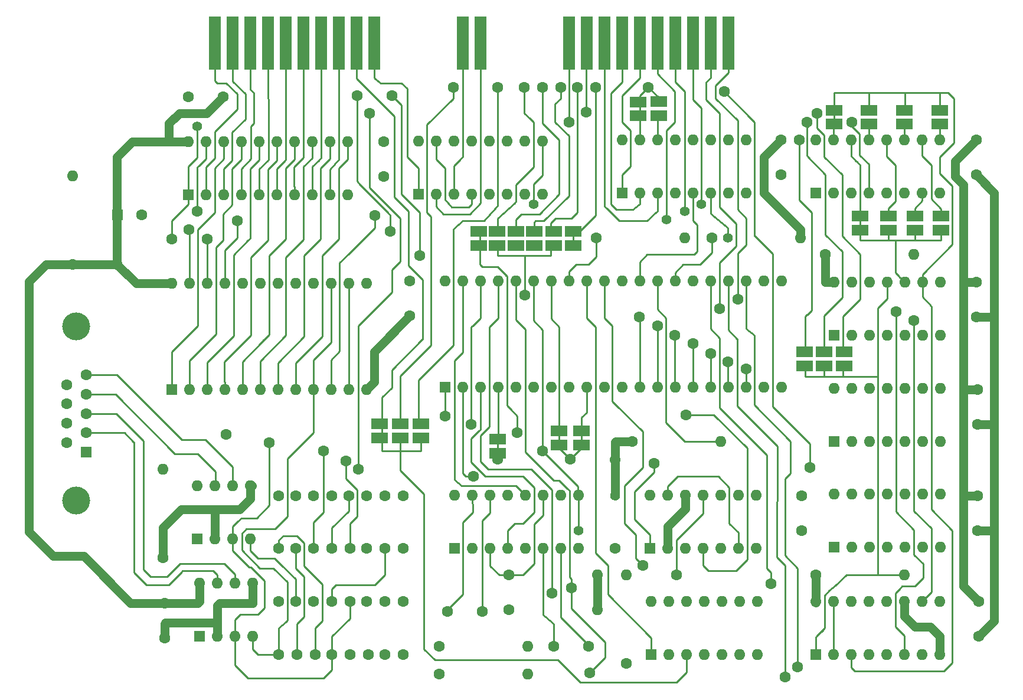
<source format=gtl>
G04 #@! TF.GenerationSoftware,KiCad,Pcbnew,5.1.10*
G04 #@! TF.CreationDate,2021-08-06T08:54:22+02:00*
G04 #@! TF.ProjectId,nano,6e616e6f-2e6b-4696-9361-645f70636258,rev?*
G04 #@! TF.SameCoordinates,Original*
G04 #@! TF.FileFunction,Copper,L1,Top*
G04 #@! TF.FilePolarity,Positive*
%FSLAX46Y46*%
G04 Gerber Fmt 4.6, Leading zero omitted, Abs format (unit mm)*
G04 Created by KiCad (PCBNEW 5.1.10) date 2021-08-06 08:54:22*
%MOMM*%
%LPD*%
G01*
G04 APERTURE LIST*
G04 #@! TA.AperFunction,ComponentPad*
%ADD10C,4.000000*%
G04 #@! TD*
G04 #@! TA.AperFunction,ComponentPad*
%ADD11C,1.600000*%
G04 #@! TD*
G04 #@! TA.AperFunction,ComponentPad*
%ADD12R,1.600000X1.600000*%
G04 #@! TD*
G04 #@! TA.AperFunction,ConnectorPad*
%ADD13R,1.780000X7.620000*%
G04 #@! TD*
G04 #@! TA.AperFunction,SMDPad,CuDef*
%ADD14R,2.400000X1.600000*%
G04 #@! TD*
G04 #@! TA.AperFunction,ComponentPad*
%ADD15O,1.600000X1.600000*%
G04 #@! TD*
G04 #@! TA.AperFunction,ViaPad*
%ADD16C,1.600000*%
G04 #@! TD*
G04 #@! TA.AperFunction,ViaPad*
%ADD17C,1.400000*%
G04 #@! TD*
G04 #@! TA.AperFunction,Conductor*
%ADD18C,0.250000*%
G04 #@! TD*
G04 #@! TA.AperFunction,Conductor*
%ADD19C,1.250000*%
G04 #@! TD*
G04 APERTURE END LIST*
D10*
X90655000Y-105131000D03*
X90655000Y-80131000D03*
D11*
X89235000Y-88476000D03*
X89235000Y-91246000D03*
X89235000Y-94016000D03*
X89235000Y-96786000D03*
X92075000Y-87091000D03*
X92075000Y-89861000D03*
X92075000Y-92631000D03*
X92075000Y-95401000D03*
D12*
X92075000Y-98171000D03*
D13*
X110490000Y-39470000D03*
X113030000Y-39470000D03*
X115570000Y-39470000D03*
X118110000Y-39470000D03*
X120650000Y-39470000D03*
X123190000Y-39470000D03*
X125730000Y-39470000D03*
X128270000Y-39470000D03*
X130810000Y-39470000D03*
X133350000Y-39470000D03*
X146050000Y-39470000D03*
X148590000Y-39470000D03*
X161290000Y-39470000D03*
X163830000Y-39470000D03*
X166370000Y-39470000D03*
X168910000Y-39470000D03*
X171450000Y-39470000D03*
X173990000Y-39470000D03*
X176530000Y-39470000D03*
X179070000Y-39470000D03*
X181610000Y-39470000D03*
X184150000Y-39470000D03*
D14*
X156337000Y-66500000D03*
X156337000Y-68500000D03*
D15*
X155400000Y-130000000D03*
D11*
X142700000Y-130000000D03*
D15*
X177900000Y-67400000D03*
D11*
X165200000Y-67400000D03*
D15*
X183100000Y-96600000D03*
D11*
X170400000Y-96600000D03*
D15*
X169500000Y-115800000D03*
D11*
X169500000Y-128500000D03*
D15*
X167900000Y-99300000D03*
D11*
X167900000Y-112000000D03*
X164100000Y-126000000D03*
X159100000Y-126000000D03*
X148900000Y-121000000D03*
X143900000Y-121000000D03*
D15*
X103100000Y-100600000D03*
D11*
X103100000Y-113300000D03*
D15*
X90100000Y-58500000D03*
D11*
X90100000Y-71200000D03*
D15*
X194500000Y-67400000D03*
D11*
X181800000Y-67400000D03*
D15*
X210800000Y-69800000D03*
D11*
X198100000Y-69800000D03*
D15*
X209400000Y-115800000D03*
D11*
X196700000Y-115800000D03*
D15*
X165400000Y-115800000D03*
D11*
X152700000Y-115800000D03*
D15*
X165400000Y-120800000D03*
D11*
X152700000Y-120800000D03*
D15*
X155400000Y-126000000D03*
D11*
X142700000Y-126000000D03*
D14*
X214500000Y-49100000D03*
X214500000Y-51100000D03*
X209400000Y-49100000D03*
X209400000Y-51100000D03*
X204300000Y-49100000D03*
X204300000Y-51100000D03*
X199300000Y-49100000D03*
X199300000Y-51100000D03*
X151100000Y-96300000D03*
X151100000Y-98300000D03*
X140081000Y-94107000D03*
X140081000Y-96107000D03*
X137100000Y-94100000D03*
X137100000Y-96100000D03*
X134112000Y-94107000D03*
X134112000Y-96107000D03*
X161925000Y-66500000D03*
X161925000Y-68500000D03*
X159131000Y-66500000D03*
X159131000Y-68500000D03*
X153670000Y-66500000D03*
X153670000Y-68500000D03*
X151003000Y-66500000D03*
X151003000Y-68500000D03*
X148336000Y-66500000D03*
X148336000Y-68500000D03*
X163100000Y-95100000D03*
X163100000Y-97100000D03*
X159900000Y-95100000D03*
X159900000Y-97100000D03*
X174180500Y-47900000D03*
X174180500Y-49900000D03*
X171196000Y-47911000D03*
X171196000Y-49911000D03*
X214700000Y-64300000D03*
X214700000Y-66300000D03*
X210900000Y-64300000D03*
X210900000Y-66300000D03*
X207100000Y-64300000D03*
X207100000Y-66300000D03*
X203100000Y-64300000D03*
X203100000Y-66300000D03*
X200787000Y-83800000D03*
X200787000Y-85800000D03*
X197929500Y-83800000D03*
X197929500Y-85800000D03*
X195072000Y-83800000D03*
X195072000Y-85800000D03*
D11*
X138500000Y-73600000D03*
X138500000Y-78600000D03*
X134700000Y-53600000D03*
X134700000Y-58600000D03*
X191700000Y-53400000D03*
X191700000Y-58400000D03*
X103300000Y-124800000D03*
X103300000Y-119800000D03*
X194700000Y-104400000D03*
X194700000Y-109400000D03*
X220100000Y-119600000D03*
X220100000Y-124600000D03*
X219900000Y-104400000D03*
X219900000Y-109400000D03*
X219900000Y-89200000D03*
X219900000Y-94200000D03*
X219700000Y-73800000D03*
X219700000Y-78800000D03*
X219700000Y-53400000D03*
X219700000Y-58400000D03*
D15*
X173100000Y-119580000D03*
X188340000Y-127200000D03*
X175640000Y-119580000D03*
X185800000Y-127200000D03*
X178180000Y-119580000D03*
X183260000Y-127200000D03*
X180720000Y-119580000D03*
X180720000Y-127200000D03*
X183260000Y-119580000D03*
X178180000Y-127200000D03*
X185800000Y-119580000D03*
X175640000Y-127200000D03*
X188340000Y-119580000D03*
D12*
X173100000Y-127200000D03*
D15*
X196700000Y-119580000D03*
X214480000Y-127200000D03*
X199240000Y-119580000D03*
X211940000Y-127200000D03*
X201780000Y-119580000D03*
X209400000Y-127200000D03*
X204320000Y-119580000D03*
X206860000Y-127200000D03*
X206860000Y-119580000D03*
X204320000Y-127200000D03*
X209400000Y-119580000D03*
X201780000Y-127200000D03*
X211940000Y-119580000D03*
X199240000Y-127200000D03*
X214480000Y-119580000D03*
D12*
X196700000Y-127200000D03*
D15*
X144900000Y-104380000D03*
X162680000Y-112000000D03*
X147440000Y-104380000D03*
X160140000Y-112000000D03*
X149980000Y-104380000D03*
X157600000Y-112000000D03*
X152520000Y-104380000D03*
X155060000Y-112000000D03*
X155060000Y-104380000D03*
X152520000Y-112000000D03*
X157600000Y-104380000D03*
X149980000Y-112000000D03*
X160140000Y-104380000D03*
X147440000Y-112000000D03*
X162680000Y-104380000D03*
D12*
X144900000Y-112000000D03*
D15*
X172900000Y-104380000D03*
X188140000Y-112000000D03*
X175440000Y-104380000D03*
X185600000Y-112000000D03*
X177980000Y-104380000D03*
X183060000Y-112000000D03*
X180520000Y-104380000D03*
X180520000Y-112000000D03*
X183060000Y-104380000D03*
X177980000Y-112000000D03*
X185600000Y-104380000D03*
X175440000Y-112000000D03*
X188140000Y-104380000D03*
D12*
X172900000Y-112000000D03*
D15*
X199300000Y-104180000D03*
X214540000Y-111800000D03*
X201840000Y-104180000D03*
X212000000Y-111800000D03*
X204380000Y-104180000D03*
X209460000Y-111800000D03*
X206920000Y-104180000D03*
X206920000Y-111800000D03*
X209460000Y-104180000D03*
X204380000Y-111800000D03*
X212000000Y-104180000D03*
X201840000Y-111800000D03*
X214540000Y-104180000D03*
D12*
X199300000Y-111800000D03*
D15*
X199300000Y-88980000D03*
X214540000Y-96600000D03*
X201840000Y-88980000D03*
X212000000Y-96600000D03*
X204380000Y-88980000D03*
X209460000Y-96600000D03*
X206920000Y-88980000D03*
X206920000Y-96600000D03*
X209460000Y-88980000D03*
X204380000Y-96600000D03*
X212000000Y-88980000D03*
X201840000Y-96600000D03*
X214540000Y-88980000D03*
D12*
X199300000Y-96600000D03*
D15*
X199300000Y-73780000D03*
X214540000Y-81400000D03*
X201840000Y-73780000D03*
X212000000Y-81400000D03*
X204380000Y-73780000D03*
X209460000Y-81400000D03*
X206920000Y-73780000D03*
X206920000Y-81400000D03*
X209460000Y-73780000D03*
X204380000Y-81400000D03*
X212000000Y-73780000D03*
X201840000Y-81400000D03*
X214540000Y-73780000D03*
D12*
X199300000Y-81400000D03*
D15*
X196700000Y-53380000D03*
X214480000Y-61000000D03*
X199240000Y-53380000D03*
X211940000Y-61000000D03*
X201780000Y-53380000D03*
X209400000Y-61000000D03*
X204320000Y-53380000D03*
X206860000Y-61000000D03*
X206860000Y-53380000D03*
X204320000Y-61000000D03*
X209400000Y-53380000D03*
X201780000Y-61000000D03*
X211940000Y-53380000D03*
X199240000Y-61000000D03*
X214480000Y-53380000D03*
D12*
X196700000Y-61000000D03*
D15*
X168900000Y-53380000D03*
X186680000Y-61000000D03*
X171440000Y-53380000D03*
X184140000Y-61000000D03*
X173980000Y-53380000D03*
X181600000Y-61000000D03*
X176520000Y-53380000D03*
X179060000Y-61000000D03*
X179060000Y-53380000D03*
X176520000Y-61000000D03*
X181600000Y-53380000D03*
X173980000Y-61000000D03*
X184140000Y-53380000D03*
X171440000Y-61000000D03*
X186680000Y-53380000D03*
D12*
X168900000Y-61000000D03*
D15*
X139700000Y-53580000D03*
X157480000Y-61200000D03*
X142240000Y-53580000D03*
X154940000Y-61200000D03*
X144780000Y-53580000D03*
X152400000Y-61200000D03*
X147320000Y-53580000D03*
X149860000Y-61200000D03*
X149860000Y-53580000D03*
X147320000Y-61200000D03*
X152400000Y-53580000D03*
X144780000Y-61200000D03*
X154940000Y-53580000D03*
X142240000Y-61200000D03*
X157480000Y-53580000D03*
D12*
X139700000Y-61200000D03*
D15*
X106700000Y-53600000D03*
X129560000Y-61220000D03*
X109240000Y-53600000D03*
X127020000Y-61220000D03*
X111780000Y-53600000D03*
X124480000Y-61220000D03*
X114320000Y-53600000D03*
X121940000Y-61220000D03*
X116860000Y-53600000D03*
X119400000Y-61220000D03*
X119400000Y-53600000D03*
X116860000Y-61220000D03*
X121940000Y-53600000D03*
X114320000Y-61220000D03*
X124480000Y-53600000D03*
X111780000Y-61220000D03*
X127020000Y-53600000D03*
X109240000Y-61220000D03*
X129560000Y-53600000D03*
D12*
X106700000Y-61220000D03*
D15*
X104300000Y-73960000D03*
X132240000Y-89200000D03*
X106840000Y-73960000D03*
X129700000Y-89200000D03*
X109380000Y-73960000D03*
X127160000Y-89200000D03*
X111920000Y-73960000D03*
X124620000Y-89200000D03*
X114460000Y-73960000D03*
X122080000Y-89200000D03*
X117000000Y-73960000D03*
X119540000Y-89200000D03*
X119540000Y-73960000D03*
X117000000Y-89200000D03*
X122080000Y-73960000D03*
X114460000Y-89200000D03*
X124620000Y-73960000D03*
X111920000Y-89200000D03*
X127160000Y-73960000D03*
X109380000Y-89200000D03*
X129700000Y-73960000D03*
X106840000Y-89200000D03*
X132240000Y-73960000D03*
D12*
X104300000Y-89200000D03*
D15*
X108300000Y-116980000D03*
X115920000Y-124600000D03*
X110840000Y-116980000D03*
X113380000Y-124600000D03*
X113380000Y-116980000D03*
X110840000Y-124600000D03*
X115920000Y-116980000D03*
D12*
X108300000Y-124600000D03*
D15*
X108000000Y-102980000D03*
X115620000Y-110600000D03*
X110540000Y-102980000D03*
X113080000Y-110600000D03*
X113080000Y-102980000D03*
X110540000Y-110600000D03*
X115620000Y-102980000D03*
D12*
X108000000Y-110600000D03*
D15*
X143500000Y-73600000D03*
X191760000Y-88840000D03*
X146040000Y-73600000D03*
X189220000Y-88840000D03*
X148580000Y-73600000D03*
X186680000Y-88840000D03*
X151120000Y-73600000D03*
X184140000Y-88840000D03*
X153660000Y-73600000D03*
X181600000Y-88840000D03*
X156200000Y-73600000D03*
X179060000Y-88840000D03*
X158740000Y-73600000D03*
X176520000Y-88840000D03*
X161280000Y-73600000D03*
X173980000Y-88840000D03*
X163820000Y-73600000D03*
X171440000Y-88840000D03*
X166360000Y-73600000D03*
X168900000Y-88840000D03*
X168900000Y-73600000D03*
X166360000Y-88840000D03*
X171440000Y-73600000D03*
X163820000Y-88840000D03*
X173980000Y-73600000D03*
X161280000Y-88840000D03*
X176520000Y-73600000D03*
X158740000Y-88840000D03*
X179060000Y-73600000D03*
X156200000Y-88840000D03*
X181600000Y-73600000D03*
X153660000Y-88840000D03*
X184140000Y-73600000D03*
X151120000Y-88840000D03*
X186680000Y-73600000D03*
X148580000Y-88840000D03*
X189220000Y-73600000D03*
X146040000Y-88840000D03*
X191760000Y-73600000D03*
D12*
X143500000Y-88840000D03*
X96520000Y-64135000D03*
D11*
X100020000Y-64135000D03*
D16*
X161300000Y-50800000D03*
X163800000Y-49400000D03*
D17*
X162700000Y-109400000D03*
D16*
X158900000Y-118400000D03*
X161700000Y-117600000D03*
X176700000Y-115800000D03*
X171900000Y-114400000D03*
X164300000Y-129800000D03*
X131100000Y-100600000D03*
X129300000Y-99400000D03*
X118300000Y-96800000D03*
X112100000Y-95600000D03*
X143500000Y-93000000D03*
X147300000Y-94200000D03*
X147600000Y-101600000D03*
X151100000Y-99200000D03*
X157500000Y-98000000D03*
X161500000Y-99200000D03*
X153900000Y-95400000D03*
X178100000Y-92800000D03*
X173500000Y-99800000D03*
X195900000Y-100400000D03*
X190300000Y-117000000D03*
X208200000Y-78000000D03*
X210800000Y-79300000D03*
X185500000Y-76200000D03*
X182900000Y-77600000D03*
X171400000Y-78800000D03*
X174000000Y-80000000D03*
X176500000Y-81400000D03*
X179100000Y-82600000D03*
X181600000Y-84000000D03*
X184100000Y-85200000D03*
X186700000Y-86200000D03*
X155000000Y-75600000D03*
X139900000Y-70000000D03*
X104300000Y-67600000D03*
X106800000Y-66200000D03*
X108000000Y-63600000D03*
X113700000Y-65000000D03*
X109400000Y-67600000D03*
X133500000Y-64200000D03*
X135700000Y-66500000D03*
X148500000Y-66500000D03*
X148500000Y-68500000D03*
X153700000Y-68500000D03*
X156300000Y-68500000D03*
X161544000Y-68500000D03*
D17*
X156200000Y-62600000D03*
D16*
X124700000Y-104400000D03*
X127300000Y-104400000D03*
X129700000Y-104400000D03*
X132300000Y-104400000D03*
X134900000Y-104400000D03*
X137500000Y-104400000D03*
X122100000Y-112000000D03*
X127300000Y-112000000D03*
X129900000Y-112000000D03*
X132300000Y-112000000D03*
X134900000Y-112000000D03*
X137500000Y-112000000D03*
X119700000Y-112000000D03*
X119700000Y-104400000D03*
X122100000Y-119600000D03*
X124700000Y-119600000D03*
X127300000Y-119600000D03*
X129900000Y-119600000D03*
X132300000Y-119600000D03*
X134900000Y-119600000D03*
X137500000Y-119600000D03*
X122300000Y-127200000D03*
X124900000Y-127200000D03*
X127300000Y-127200000D03*
X129900000Y-127200000D03*
X132500000Y-127200000D03*
X134900000Y-127200000D03*
X137500000Y-127200000D03*
X122100000Y-104400000D03*
X119700000Y-127200000D03*
X194100000Y-129000000D03*
X192300000Y-130400000D03*
D17*
X175300000Y-64800000D03*
X177900000Y-63600000D03*
X180300000Y-62600000D03*
X184100000Y-67400000D03*
D16*
X195400000Y-50800000D03*
X196900000Y-49600000D03*
X194300000Y-53400000D03*
X201900000Y-50800000D03*
X183600000Y-46400000D03*
X132700000Y-49600000D03*
X130900000Y-47000000D03*
X111700000Y-47200000D03*
D17*
X108000000Y-51400000D03*
D16*
X106700000Y-47200000D03*
X135900000Y-47000000D03*
X172700000Y-45800000D03*
X165100000Y-45800000D03*
X162500000Y-45800000D03*
X160100000Y-45800000D03*
X157500000Y-45800000D03*
X154900000Y-45800000D03*
X151100000Y-45800000D03*
X144700000Y-45800000D03*
X119700000Y-119600000D03*
D17*
X167900000Y-104400000D03*
D16*
X96500000Y-71200000D03*
X124700000Y-112000000D03*
X126100000Y-98000000D03*
D18*
X171700000Y-88740000D02*
X171440000Y-89000000D01*
X174100000Y-88880000D02*
X173980000Y-89000000D01*
X176700000Y-88820000D02*
X176520000Y-89000000D01*
X179300000Y-88760000D02*
X179060000Y-89000000D01*
X181900000Y-88700000D02*
X181600000Y-89000000D01*
X184300000Y-88840000D02*
X184140000Y-89000000D01*
X186900000Y-88780000D02*
X186680000Y-89000000D01*
D19*
X219700000Y-58400000D02*
X222300000Y-61000000D01*
X222100000Y-109400000D02*
X219900000Y-109400000D01*
X222300000Y-109600000D02*
X222300000Y-122400000D01*
X222300000Y-109600000D02*
X222100000Y-109400000D01*
X216700000Y-56400000D02*
X219700000Y-53400000D01*
X217900000Y-59800000D02*
X216700000Y-58600000D01*
X216700000Y-58600000D02*
X216700000Y-56400000D01*
X218100000Y-73800000D02*
X219700000Y-73800000D01*
X217900000Y-73600000D02*
X217900000Y-59800000D01*
X222300000Y-79200000D02*
X221900000Y-78800000D01*
X221900000Y-78800000D02*
X219700000Y-78800000D01*
X222300000Y-61000000D02*
X222300000Y-79200000D01*
X218100000Y-89200000D02*
X219900000Y-89200000D01*
X217900000Y-89000000D02*
X218100000Y-89200000D01*
X217900000Y-89000000D02*
X217900000Y-73600000D01*
X222300000Y-94600000D02*
X221900000Y-94200000D01*
X221900000Y-94200000D02*
X219900000Y-94200000D01*
X222300000Y-94600000D02*
X222300000Y-109600000D01*
X222300000Y-79200000D02*
X222300000Y-94600000D01*
X217900000Y-104000000D02*
X217900000Y-89000000D01*
X218300000Y-104400000D02*
X219900000Y-104400000D01*
X217900000Y-117400000D02*
X217900000Y-104000000D01*
X110840000Y-122660000D02*
X110840000Y-124600000D01*
X110840000Y-122660000D02*
X107960000Y-122660000D01*
X106700000Y-53600000D02*
X103900000Y-53600000D01*
D18*
X171440000Y-78860000D02*
X171500000Y-78800000D01*
X171440000Y-89000000D02*
X171440000Y-78860000D01*
X173980000Y-80080000D02*
X173900000Y-80000000D01*
X173980000Y-89000000D02*
X173980000Y-80080000D01*
X176500000Y-88980000D02*
X176520000Y-89000000D01*
X176500000Y-81400000D02*
X176500000Y-88980000D01*
X179100000Y-88960000D02*
X179060000Y-89000000D01*
X179100000Y-82600000D02*
X179100000Y-88960000D01*
X181700000Y-88900000D02*
X181600000Y-89000000D01*
X181600000Y-84000000D02*
X181600000Y-88900000D01*
X184100000Y-88960000D02*
X184140000Y-89000000D01*
X184100000Y-85200000D02*
X184100000Y-88960000D01*
X186700000Y-88980000D02*
X186680000Y-89000000D01*
X186700000Y-86200000D02*
X186700000Y-88980000D01*
X180300000Y-62600000D02*
X180300000Y-48800000D01*
X184100000Y-67400000D02*
X184100000Y-66000000D01*
X181600000Y-63900000D02*
X181700000Y-64000000D01*
X181600000Y-61000000D02*
X181600000Y-63900000D01*
X184100000Y-66000000D02*
X181700000Y-64000000D01*
X106840000Y-66340000D02*
X106700000Y-66200000D01*
X106840000Y-73960000D02*
X106840000Y-66340000D01*
X109240000Y-56060000D02*
X109240000Y-53600000D01*
X111780000Y-56120000D02*
X111780000Y-53600000D01*
X110500000Y-57400000D02*
X111780000Y-56120000D01*
X104300000Y-83800000D02*
X108100000Y-80000000D01*
X108100000Y-80000000D02*
X108100000Y-66200000D01*
X108100000Y-66200000D02*
X110500000Y-63800000D01*
X104300000Y-89200000D02*
X104300000Y-83800000D01*
X110500000Y-63800000D02*
X110500000Y-57400000D01*
X131100000Y-80000000D02*
X131100000Y-100600000D01*
X135900000Y-75200000D02*
X131100000Y-80000000D01*
X132700000Y-60200000D02*
X137100000Y-64600000D01*
X137100000Y-64600000D02*
X137100000Y-70800000D01*
X137100000Y-70800000D02*
X135900000Y-72000000D01*
X135900000Y-72000000D02*
X135900000Y-75200000D01*
X130900000Y-107400000D02*
X129900000Y-108400000D01*
X129900000Y-108400000D02*
X129900000Y-112000000D01*
X129300000Y-99400000D02*
X129300000Y-102000000D01*
X130900000Y-103600000D02*
X130900000Y-107400000D01*
X129300000Y-102000000D02*
X130900000Y-103600000D01*
X127300000Y-109000000D02*
X127300000Y-112000000D01*
X129700000Y-104400000D02*
X129700000Y-106600000D01*
X129700000Y-106600000D02*
X127300000Y-109000000D01*
X116700000Y-127200000D02*
X119700000Y-127200000D01*
X116500000Y-107600000D02*
X114300000Y-107600000D01*
X118300000Y-96800000D02*
X118300000Y-105800000D01*
X118300000Y-105800000D02*
X116500000Y-107600000D01*
X127300000Y-117800000D02*
X127300000Y-119600000D01*
X134900000Y-112000000D02*
X134900000Y-115800000D01*
X127900000Y-117200000D02*
X127300000Y-117800000D01*
X133500000Y-117200000D02*
X127900000Y-117200000D01*
X134900000Y-115800000D02*
X133500000Y-117200000D01*
X166500000Y-127600000D02*
X164300000Y-129800000D01*
X161700000Y-117600000D02*
X161700000Y-120600000D01*
X166500000Y-125400000D02*
X166500000Y-127600000D01*
X161700000Y-120600000D02*
X166500000Y-125400000D01*
X181300000Y-115200000D02*
X180500000Y-114400000D01*
X185300000Y-115200000D02*
X181300000Y-115200000D01*
X186900000Y-113600000D02*
X185300000Y-115200000D01*
X186900000Y-97600000D02*
X186900000Y-113600000D01*
X180500000Y-114400000D02*
X180520000Y-112000000D01*
X182100000Y-92800000D02*
X186900000Y-97600000D01*
X178100000Y-92800000D02*
X182100000Y-92800000D01*
X180520000Y-106980000D02*
X176700000Y-110800000D01*
X180520000Y-104380000D02*
X180520000Y-106980000D01*
X170700000Y-107800000D02*
X172900000Y-110000000D01*
X170700000Y-103800000D02*
X170700000Y-107800000D01*
X173500000Y-101000000D02*
X170700000Y-103800000D01*
X173500000Y-99800000D02*
X173500000Y-101000000D01*
X159100000Y-122800000D02*
X159100000Y-126000000D01*
X157900000Y-121800000D02*
X159100000Y-122800000D01*
X157600000Y-121500000D02*
X157900000Y-121800000D01*
X157600000Y-112000000D02*
X157600000Y-121500000D01*
X209900000Y-115800000D02*
X205900000Y-115800000D01*
X205900000Y-115800000D02*
X201100000Y-115800000D01*
X206920000Y-76180000D02*
X206920000Y-73780000D01*
X208660001Y-72980001D02*
X208660001Y-72960001D01*
X209460000Y-73780000D02*
X208660001Y-72980001D01*
X208660001Y-72960001D02*
X208100000Y-72400000D01*
X208100000Y-72400000D02*
X208100000Y-67800000D01*
X212000000Y-72648630D02*
X216300000Y-68348630D01*
X212000000Y-73780000D02*
X212000000Y-72648630D01*
X216300000Y-68348630D02*
X216300000Y-60000000D01*
X216300000Y-60000000D02*
X214500000Y-58200000D01*
X214500000Y-58200000D02*
X214500000Y-55800000D01*
X214500000Y-55800000D02*
X216500000Y-53800000D01*
X216500000Y-53800000D02*
X216500000Y-47400000D01*
X216500000Y-47400000D02*
X215700000Y-46600000D01*
X200500000Y-69400000D02*
X198100000Y-67000000D01*
X195600001Y-51499999D02*
X194900000Y-50800000D01*
X198100000Y-67000000D02*
X198100000Y-58400000D01*
X200500000Y-76000000D02*
X200500000Y-69400000D01*
X177700000Y-71200000D02*
X180100000Y-71200000D01*
X176520000Y-72380000D02*
X177700000Y-71200000D01*
X176520000Y-73760000D02*
X176520000Y-72380000D01*
X185700000Y-75800000D02*
X185700000Y-76200000D01*
X185500000Y-75010051D02*
X185500000Y-75000000D01*
X185500000Y-75000000D02*
X185500000Y-76200000D01*
X185500000Y-70620102D02*
X185500000Y-70800000D01*
X185500000Y-70800000D02*
X185500000Y-75000000D01*
D19*
X189300000Y-61000000D02*
X189300000Y-55800000D01*
X189300000Y-55800000D02*
X191700000Y-53400000D01*
X194500000Y-66200000D02*
X189300000Y-61000000D01*
D18*
X196100000Y-63800000D02*
X194300000Y-62000000D01*
X196100000Y-77800000D02*
X196100000Y-63800000D01*
X195500000Y-78400000D02*
X196100000Y-77800000D01*
X194300000Y-62000000D02*
X194300000Y-53400000D01*
X211940000Y-62131370D02*
X210900000Y-63171370D01*
X211940000Y-61000000D02*
X211940000Y-62131370D01*
X210900000Y-63171370D02*
X210900000Y-64300000D01*
X206860000Y-53380000D02*
X206860000Y-55760000D01*
X206860000Y-55760000D02*
X208100000Y-57000000D01*
X208100000Y-57000000D02*
X208100000Y-62200000D01*
X207100000Y-63200000D02*
X207100000Y-64300000D01*
X208100000Y-62200000D02*
X207100000Y-63200000D01*
X201780000Y-53380000D02*
X201780000Y-55680000D01*
X171440000Y-49960000D02*
X171500000Y-49900000D01*
X171440000Y-53380000D02*
X171440000Y-49960000D01*
X173980000Y-50020000D02*
X174100000Y-49900000D01*
X173980000Y-53380000D02*
X173980000Y-50020000D01*
X174100000Y-47200000D02*
X174100000Y-47900000D01*
X172700000Y-45800000D02*
X174100000Y-47200000D01*
X172700000Y-45800000D02*
X171500000Y-47000000D01*
X171500000Y-47000000D02*
X171500000Y-47900000D01*
X187900000Y-81400000D02*
X187900000Y-91400000D01*
X187900000Y-91400000D02*
X193100000Y-96600000D01*
X193100000Y-96600000D02*
X193100000Y-101200000D01*
X193100000Y-101200000D02*
X192300000Y-102000000D01*
X192300000Y-102000000D02*
X192300000Y-113000000D01*
X194100000Y-114800000D02*
X194100000Y-129000000D01*
X192300000Y-113000000D02*
X194100000Y-114800000D01*
X159900000Y-97600000D02*
X159900000Y-97100000D01*
X161500000Y-99200000D02*
X159900000Y-97600000D01*
X163100000Y-97600000D02*
X163100000Y-97100000D01*
X161500000Y-99200000D02*
X163100000Y-97600000D01*
X162300000Y-71200000D02*
X164100000Y-71200000D01*
X161280000Y-73760000D02*
X161280000Y-72220000D01*
X161280000Y-72220000D02*
X162300000Y-71200000D01*
X163100000Y-95100000D02*
X163100000Y-93200000D01*
X158740000Y-79040000D02*
X158740000Y-73760000D01*
X159900000Y-95100000D02*
X159900000Y-80200000D01*
X159900000Y-80200000D02*
X158740000Y-79040000D01*
X155100000Y-70000000D02*
X154900000Y-70000000D01*
X162500000Y-45800000D02*
X162500000Y-63800000D01*
X162500000Y-63800000D02*
X161700000Y-64600000D01*
X154500000Y-64000000D02*
X153700000Y-64800000D01*
X157500000Y-51000000D02*
X159900000Y-53400000D01*
X157500000Y-45800000D02*
X157500000Y-51000000D01*
X159900000Y-61200000D02*
X157100000Y-64000000D01*
X159900000Y-53400000D02*
X159900000Y-61200000D01*
X157100000Y-64000000D02*
X154500000Y-64000000D01*
X161300000Y-66500000D02*
X162700000Y-66500000D01*
X165100000Y-64200000D02*
X165100000Y-45800000D01*
X163630000Y-39600000D02*
X163630000Y-43049990D01*
X172500000Y-65000000D02*
X168500000Y-65000000D01*
X168710000Y-42810000D02*
X168700000Y-42820000D01*
X168710000Y-39600000D02*
X168710000Y-42810000D01*
X168700000Y-42820000D02*
X168700000Y-43049990D01*
X160100000Y-45800000D02*
X160100000Y-46789949D01*
X161700000Y-116400000D02*
X161700000Y-117600000D01*
X148580000Y-89000000D02*
X148580000Y-90131370D01*
X147300000Y-96200000D02*
X147300000Y-99600000D01*
X147300000Y-99600000D02*
X149300000Y-101600000D01*
X149300000Y-101600000D02*
X154700000Y-101600000D01*
X154700000Y-101600000D02*
X156300000Y-103200000D01*
X156300000Y-103200000D02*
X156300000Y-106800000D01*
X156300000Y-106800000D02*
X154700000Y-108400000D01*
X154700000Y-108400000D02*
X153500000Y-108400000D01*
X152520000Y-109380000D02*
X152520000Y-112000000D01*
X153500000Y-108400000D02*
X152520000Y-109380000D01*
X122100000Y-114800000D02*
X122100000Y-112000000D01*
X123300000Y-116000000D02*
X122100000Y-114800000D01*
X123300000Y-121800000D02*
X123300000Y-116000000D01*
X122300000Y-127200000D02*
X122300000Y-122800000D01*
X122300000Y-122800000D02*
X123300000Y-121800000D01*
X163820000Y-78920000D02*
X163820000Y-73760000D01*
X165100000Y-80200000D02*
X163820000Y-78920000D01*
X173100000Y-124800000D02*
X166900000Y-118600000D01*
X166900000Y-114400000D02*
X165100000Y-112600000D01*
X166900000Y-118600000D02*
X166900000Y-114400000D01*
X173100000Y-127200000D02*
X173100000Y-124800000D01*
X165100000Y-112600000D02*
X165100000Y-80200000D01*
X137100000Y-98000000D02*
X134500000Y-98000000D01*
X137100000Y-98000000D02*
X137100000Y-97800000D01*
X134500000Y-98000000D02*
X134500000Y-96100000D01*
X137100000Y-96100000D02*
X137100000Y-98200000D01*
X137100000Y-98200000D02*
X137100000Y-98000000D01*
X140081000Y-98000000D02*
X140081000Y-96100000D01*
X137300000Y-48400000D02*
X135900000Y-47000000D01*
X139900000Y-70000000D02*
X139900000Y-63800000D01*
X137300000Y-61200000D02*
X137300000Y-48400000D01*
X139900000Y-63800000D02*
X137300000Y-61200000D01*
X139700000Y-57400000D02*
X138100000Y-55800000D01*
X139700000Y-61200000D02*
X139700000Y-57400000D01*
X138100000Y-55800000D02*
X138100000Y-46000000D01*
X138100000Y-46000000D02*
X137300000Y-45200000D01*
X137300000Y-45200000D02*
X134300000Y-45200000D01*
X130610000Y-39600000D02*
X130610000Y-43049990D01*
X141500000Y-82800000D02*
X137100000Y-87200000D01*
X144700000Y-47400000D02*
X140900000Y-51200000D01*
X140900000Y-51200000D02*
X140900000Y-63800000D01*
X144700000Y-45800000D02*
X144700000Y-47400000D01*
X137100000Y-87200000D02*
X137100000Y-94100000D01*
X141500000Y-64400000D02*
X141500000Y-82800000D01*
X140900000Y-63800000D02*
X141500000Y-64400000D01*
X148500000Y-71200000D02*
X148500000Y-68500000D01*
X148900000Y-71600000D02*
X148500000Y-71200000D01*
X153900000Y-95400000D02*
X153900000Y-93000000D01*
X151100000Y-71600000D02*
X148900000Y-71600000D01*
X111920000Y-88068630D02*
X111900000Y-88048630D01*
X111920000Y-89200000D02*
X111920000Y-88068630D01*
X111900000Y-88048630D02*
X111900000Y-85200000D01*
X111900000Y-85200000D02*
X115700000Y-81400000D01*
X115700000Y-81400000D02*
X115700000Y-70200000D01*
X115700000Y-70200000D02*
X118100000Y-67800000D01*
X118100000Y-67800000D02*
X118100000Y-57600000D01*
X119400000Y-56300000D02*
X119400000Y-53600000D01*
X118100000Y-57600000D02*
X119400000Y-56300000D01*
X109300000Y-73880000D02*
X109380000Y-73960000D01*
X122080000Y-89200000D02*
X122080000Y-85380000D01*
X122080000Y-85380000D02*
X125900000Y-81560000D01*
X125900000Y-81560000D02*
X125900000Y-70000000D01*
X125900000Y-70000000D02*
X128300000Y-67600000D01*
X128300000Y-67600000D02*
X128300000Y-57400000D01*
X129560000Y-56140000D02*
X129560000Y-53600000D01*
X128300000Y-57400000D02*
X129560000Y-56140000D01*
X116860000Y-60088630D02*
X116900000Y-60048630D01*
X116860000Y-61220000D02*
X116860000Y-60088630D01*
X151120000Y-89000000D02*
X151120000Y-96280000D01*
X151100000Y-99000000D02*
X151300000Y-99200000D01*
X151100000Y-98300000D02*
X151100000Y-99000000D01*
X119400000Y-61220000D02*
X119400000Y-57500000D01*
X121940000Y-60088630D02*
X121900000Y-60048630D01*
X121940000Y-61220000D02*
X121940000Y-60088630D01*
X209500000Y-49100000D02*
X209500000Y-48050000D01*
X209500000Y-46600000D02*
X204500000Y-46600000D01*
X209500000Y-46600000D02*
X209500000Y-49100000D01*
X209700000Y-46600000D02*
X209500000Y-46600000D01*
X214700000Y-46600000D02*
X214500000Y-46600000D01*
X215700000Y-46600000D02*
X214700000Y-46600000D01*
X214480000Y-51320000D02*
X214700000Y-51100000D01*
X214480000Y-53380000D02*
X214480000Y-51320000D01*
X209400000Y-51200000D02*
X209500000Y-51100000D01*
X204320000Y-51280000D02*
X204500000Y-51100000D01*
X158900000Y-116600000D02*
X158900000Y-118400000D01*
X158900000Y-117210051D02*
X158900000Y-116600000D01*
X149980000Y-114480000D02*
X149980000Y-112000000D01*
X151300000Y-115800000D02*
X149980000Y-114480000D01*
X152700000Y-115800000D02*
X151300000Y-115800000D01*
X147500000Y-106800000D02*
X147440000Y-104380000D01*
X146100000Y-108200000D02*
X147500000Y-106800000D01*
X146100000Y-118600000D02*
X146100000Y-108200000D01*
X143900000Y-120800000D02*
X146100000Y-118600000D01*
X149980000Y-106920000D02*
X149980000Y-104380000D01*
X148900000Y-108000000D02*
X149980000Y-106920000D01*
X148900000Y-120800000D02*
X148900000Y-108000000D01*
D19*
X199300000Y-73780000D02*
X198120000Y-73780000D01*
X198100000Y-73760000D02*
X198100000Y-69800000D01*
X198120000Y-73780000D02*
X198100000Y-73760000D01*
D18*
X137100000Y-100800000D02*
X137100000Y-98200000D01*
X140500000Y-126400000D02*
X140500000Y-104200000D01*
X142100000Y-128000000D02*
X140500000Y-126400000D01*
X140500000Y-104200000D02*
X137100000Y-100800000D01*
X159700000Y-128000000D02*
X142100000Y-128000000D01*
X178180000Y-129720000D02*
X176700000Y-131200000D01*
X162900000Y-131200000D02*
X159700000Y-128000000D01*
X176700000Y-131200000D02*
X162900000Y-131200000D01*
X178180000Y-127200000D02*
X178180000Y-129720000D01*
X160900000Y-122600000D02*
X164300000Y-126000000D01*
X160140000Y-121840000D02*
X160900000Y-122600000D01*
X160140000Y-112000000D02*
X160140000Y-121840000D01*
D19*
X103300000Y-122800000D02*
X103300000Y-124600000D01*
X110840000Y-120140000D02*
X110840000Y-122660000D01*
X110840000Y-120140000D02*
X110840000Y-124600000D01*
X111180000Y-119800000D02*
X110840000Y-120140000D01*
D18*
X122100000Y-116400000D02*
X122100000Y-119600000D01*
X185500000Y-50600000D02*
X182300000Y-47400000D01*
X185500000Y-69600000D02*
X186700000Y-68400000D01*
X186700000Y-64600000D02*
X185500000Y-63400000D01*
X182300000Y-47400000D02*
X182300000Y-45600000D01*
X185500000Y-63400000D02*
X185500000Y-50600000D01*
X185500000Y-70800000D02*
X185500000Y-69600000D01*
X186700000Y-68400000D02*
X186700000Y-64600000D01*
X160100000Y-45800000D02*
X160100000Y-47000000D01*
X160100000Y-47000000D02*
X160100000Y-47200000D01*
X145600000Y-56300000D02*
X145700000Y-56200000D01*
X133420000Y-44482500D02*
X133420000Y-39600000D01*
X133568750Y-44631250D02*
X133420000Y-44482500D01*
X134300000Y-45200000D02*
X133568750Y-44631250D01*
X146120000Y-55780000D02*
X146120000Y-39600000D01*
X145600000Y-56300000D02*
X146120000Y-55780000D01*
X155700000Y-50300000D02*
X154900000Y-49600000D01*
X156215909Y-50815909D02*
X155700000Y-50300000D01*
X156215909Y-53584091D02*
X156215909Y-50815909D01*
X156219047Y-53719047D02*
X156215909Y-53584091D01*
X154900000Y-49600000D02*
X154900000Y-45800000D01*
X156219047Y-57280953D02*
X156219047Y-53719047D01*
X153700000Y-62200000D02*
X153700000Y-59800000D01*
X153500000Y-62400000D02*
X153700000Y-62200000D01*
X153700000Y-59800000D02*
X156219047Y-57280953D01*
X151100000Y-64600000D02*
X153500000Y-62400000D01*
X163700000Y-39800000D02*
X163900000Y-39600000D01*
X163800000Y-39700000D02*
X163900000Y-39600000D01*
X163800000Y-49400000D02*
X163800000Y-39700000D01*
X173980000Y-63620000D02*
X173800000Y-63800000D01*
X173980000Y-61000000D02*
X173980000Y-63620000D01*
X173800000Y-63800000D02*
X172500000Y-65000000D01*
X116860000Y-56240000D02*
X116860000Y-53600000D01*
X114320000Y-56180000D02*
X114320000Y-53600000D01*
X120720000Y-56180000D02*
X120720000Y-39600000D01*
X120500000Y-56400000D02*
X120720000Y-56180000D01*
X120500000Y-56400000D02*
X120700000Y-56200000D01*
X119400000Y-57500000D02*
X120500000Y-56400000D01*
X116100000Y-46600000D02*
X115640000Y-46140000D01*
X115640000Y-46140000D02*
X115640000Y-39600000D01*
X115700000Y-51400000D02*
X116100000Y-51000000D01*
X114320000Y-57480000D02*
X115700000Y-56100000D01*
X115700000Y-56100000D02*
X115700000Y-51400000D01*
X114320000Y-61220000D02*
X114320000Y-57480000D01*
X116100000Y-51000000D02*
X116100000Y-46600000D01*
X116860000Y-61220000D02*
X116860000Y-57540000D01*
X110560000Y-44860000D02*
X110560000Y-39600000D01*
X110900000Y-45200000D02*
X110560000Y-44860000D01*
X112100000Y-45200000D02*
X110900000Y-45200000D01*
X113700000Y-46800000D02*
X112100000Y-45200000D01*
X109240000Y-61220000D02*
X109240000Y-57260000D01*
X110500000Y-52200000D02*
X113700000Y-49000000D01*
X110500000Y-56000000D02*
X110500000Y-52200000D01*
X109240000Y-57260000D02*
X110500000Y-56000000D01*
X113700000Y-49000000D02*
X113700000Y-46800000D01*
X108000000Y-55900000D02*
X108000000Y-51400000D01*
X107400000Y-56500000D02*
X108000000Y-55900000D01*
X107400000Y-56500000D02*
X107900000Y-56000000D01*
X106700000Y-57200000D02*
X107400000Y-56500000D01*
X119540000Y-85360000D02*
X119540000Y-89200000D01*
X123300000Y-81600000D02*
X119540000Y-85360000D01*
X127020000Y-53600000D02*
X127020000Y-56080000D01*
X127020000Y-56080000D02*
X125700000Y-57400000D01*
X125700000Y-57400000D02*
X125700000Y-67600000D01*
X123300000Y-70000000D02*
X123300000Y-81600000D01*
X125700000Y-67600000D02*
X123300000Y-70000000D01*
X124480000Y-57220000D02*
X124480000Y-61220000D01*
X128340000Y-39600000D02*
X128340000Y-56160000D01*
X128340000Y-56160000D02*
X127100000Y-57500000D01*
X127020000Y-61220000D02*
X127020000Y-57580000D01*
D19*
X96500000Y-71200000D02*
X99200000Y-73900000D01*
X99260000Y-73960000D02*
X99200000Y-73900000D01*
X104300000Y-73960000D02*
X99260000Y-73960000D01*
X96400000Y-71100000D02*
X96500000Y-71200000D01*
X96500000Y-64300000D02*
X96500000Y-62250000D01*
X96500000Y-71200000D02*
X96500000Y-64300000D01*
X96500000Y-62250000D02*
X96500000Y-56300000D01*
X98700000Y-53600000D02*
X96500000Y-55800000D01*
X96500000Y-56300000D02*
X96500000Y-55800000D01*
X103900000Y-53600000D02*
X98700000Y-53600000D01*
D18*
X143300000Y-64000000D02*
X142240000Y-62940000D01*
X142240000Y-62940000D02*
X142240000Y-61200000D01*
X147100000Y-64000000D02*
X143300000Y-64000000D01*
X148660000Y-62440000D02*
X147100000Y-64000000D01*
X148660000Y-39600000D02*
X148660000Y-62440000D01*
X144780000Y-57120000D02*
X144900000Y-57000000D01*
X144900000Y-57000000D02*
X145600000Y-56300000D01*
X144780000Y-61200000D02*
X144780000Y-57120000D01*
X125800000Y-55900000D02*
X125400000Y-56300000D01*
X125800000Y-39600000D02*
X125800000Y-55900000D01*
X125530000Y-56170000D02*
X125400000Y-56300000D01*
X125400000Y-56300000D02*
X124480000Y-57220000D01*
X123260000Y-48540000D02*
X123260000Y-55940000D01*
X123260000Y-39600000D02*
X123260000Y-48540000D01*
X123260000Y-48540000D02*
X123260000Y-52280000D01*
X121900000Y-57300000D02*
X123260000Y-55940000D01*
X121900000Y-57400000D02*
X121900000Y-57300000D01*
X121900000Y-60048630D02*
X121900000Y-57400000D01*
X118199749Y-56200251D02*
X118100000Y-56300000D01*
X118199749Y-55299749D02*
X118199749Y-56200251D01*
X118199749Y-55299749D02*
X118180000Y-39600000D01*
X116860000Y-57540000D02*
X118100000Y-56300000D01*
X118200000Y-55500000D02*
X118199749Y-55299749D01*
X118100000Y-56300000D02*
X118200000Y-56200000D01*
X182300000Y-45600000D02*
X183150000Y-44750000D01*
X166440000Y-39600000D02*
X166440000Y-62940000D01*
X166440000Y-62940000D02*
X166700000Y-63200000D01*
X168500000Y-65000000D02*
X166700000Y-63200000D01*
X135700000Y-64187098D02*
X135700000Y-66500000D01*
X135306451Y-63793549D02*
X135700000Y-64187098D01*
X131300000Y-59700000D02*
X135306451Y-63793549D01*
X151100000Y-69550000D02*
X151100000Y-68500000D01*
X151600000Y-70000000D02*
X151550000Y-70000000D01*
X152400000Y-70000000D02*
X151100000Y-70000000D01*
X152400000Y-70000000D02*
X151600000Y-70000000D01*
X154900000Y-70000000D02*
X152400000Y-70000000D01*
X151100000Y-70000000D02*
X151100000Y-68500000D01*
X158700000Y-68500000D02*
X158700000Y-70000000D01*
X154900000Y-70000000D02*
X158700000Y-70000000D01*
X159400000Y-64600000D02*
X158700000Y-65300000D01*
X160300000Y-64600000D02*
X159400000Y-64600000D01*
X160300000Y-64600000D02*
X159700000Y-64600000D01*
X161700000Y-64600000D02*
X160300000Y-64600000D01*
X156500000Y-65000000D02*
X156300000Y-65200000D01*
X161300000Y-61400000D02*
X157700000Y-65000000D01*
X160100000Y-47400000D02*
X159300000Y-48200000D01*
X160100000Y-47000000D02*
X160100000Y-47400000D01*
X159300000Y-48200000D02*
X159300000Y-50800000D01*
X157700000Y-65000000D02*
X156500000Y-65000000D01*
X159300000Y-50800000D02*
X161300000Y-52800000D01*
X161300000Y-52800000D02*
X161300000Y-61400000D01*
X172500000Y-69800000D02*
X171440000Y-70860000D01*
X179060000Y-64960000D02*
X179700000Y-65600000D01*
X179060000Y-61000000D02*
X179060000Y-64960000D01*
X179300000Y-69800000D02*
X172500000Y-69800000D01*
X171440000Y-70860000D02*
X171440000Y-73760000D01*
X179700000Y-65600000D02*
X179700000Y-69400000D01*
X179700000Y-69400000D02*
X179300000Y-69800000D01*
X163820000Y-92480000D02*
X163100000Y-93200000D01*
X163820000Y-89000000D02*
X163820000Y-92480000D01*
X170900000Y-113400000D02*
X171900000Y-114400000D01*
X169300000Y-103000000D02*
X169300000Y-108400000D01*
X171900000Y-100400000D02*
X169300000Y-103000000D01*
X171900000Y-95200000D02*
X171900000Y-100400000D01*
X170900000Y-110000000D02*
X170900000Y-113400000D01*
X167500000Y-90900000D02*
X167900000Y-91300000D01*
X169300000Y-108400000D02*
X170900000Y-110000000D01*
X167500000Y-80080000D02*
X167500000Y-90900000D01*
X166360000Y-78940000D02*
X167500000Y-80080000D01*
X167900000Y-91300000D02*
X171900000Y-95200000D01*
X166360000Y-73760000D02*
X166360000Y-78940000D01*
X124000000Y-96000000D02*
X123700000Y-96300000D01*
X126100000Y-130600000D02*
X127300000Y-129400000D01*
X127300000Y-129400000D02*
X127300000Y-127200000D01*
X115300000Y-130600000D02*
X126100000Y-130600000D01*
X113380000Y-128680000D02*
X115300000Y-130600000D01*
X113380000Y-124600000D02*
X113380000Y-128680000D01*
X127300000Y-124600000D02*
X127300000Y-127200000D01*
X129900000Y-122000000D02*
X127300000Y-124600000D01*
X129900000Y-119600000D02*
X129900000Y-122000000D01*
X124900000Y-123400000D02*
X124900000Y-127200000D01*
X125900000Y-122400000D02*
X124900000Y-123400000D01*
X125900000Y-117100000D02*
X125900000Y-122400000D01*
X123300000Y-114500000D02*
X125900000Y-117100000D01*
X122300000Y-110200000D02*
X123300000Y-111200000D01*
X123300000Y-111200000D02*
X123300000Y-114500000D01*
X120300000Y-110200000D02*
X122300000Y-110200000D01*
X119700000Y-110800000D02*
X120300000Y-110200000D01*
X119700000Y-112000000D02*
X119700000Y-110800000D01*
X211940000Y-55640000D02*
X211940000Y-53380000D01*
X213300000Y-61850000D02*
X213300000Y-57000000D01*
X214700000Y-63250000D02*
X213300000Y-61850000D01*
X213300000Y-57000000D02*
X211940000Y-55640000D01*
X214700000Y-64300000D02*
X214700000Y-63250000D01*
X214700000Y-66300000D02*
X214700000Y-67800000D01*
X214700000Y-67800000D02*
X213600000Y-67800000D01*
X213600000Y-67800000D02*
X213900000Y-67800000D01*
X203900000Y-67800000D02*
X203700000Y-67800000D01*
X165200000Y-67400000D02*
X165200000Y-70100000D01*
X164100000Y-71200000D02*
X165200000Y-70100000D01*
X181800000Y-69500000D02*
X181800000Y-67400000D01*
X181450000Y-69850000D02*
X181800000Y-69500000D01*
X181450000Y-69850000D02*
X181700000Y-69600000D01*
X180100000Y-71200000D02*
X181450000Y-69850000D01*
D19*
X194500000Y-66200000D02*
X194500000Y-67400000D01*
D18*
X186680000Y-73760000D02*
X186680000Y-80480000D01*
X186700000Y-80500000D02*
X187900000Y-81400000D01*
X173980000Y-73760000D02*
X173980000Y-77680000D01*
X173980000Y-77680000D02*
X175200000Y-78900000D01*
X175200000Y-78900000D02*
X175206000Y-79806000D01*
X175206000Y-79806000D02*
X175206000Y-93906000D01*
X175206000Y-93906000D02*
X177900000Y-96600000D01*
D19*
X167900000Y-96700000D02*
X167900000Y-99300000D01*
X168000000Y-96600000D02*
X170400000Y-96600000D01*
X167900000Y-96700000D02*
X168000000Y-96600000D01*
D18*
X181600000Y-96600000D02*
X183100000Y-96600000D01*
X177900000Y-96600000D02*
X181600000Y-96600000D01*
X212000000Y-73780000D02*
X212000000Y-75900000D01*
X216300000Y-128400000D02*
X215100000Y-129600000D01*
D19*
X210900000Y-123200000D02*
X213100000Y-123200000D01*
X209800000Y-122100000D02*
X210900000Y-123200000D01*
D18*
X201100000Y-115800000D02*
X199500000Y-117300000D01*
D19*
X196700000Y-119780000D02*
X196700000Y-115800000D01*
D18*
X210900000Y-117400000D02*
X209100000Y-117400000D01*
X212100000Y-116200000D02*
X210900000Y-117400000D01*
D19*
X103440000Y-122660000D02*
X103300000Y-122800000D01*
X107960000Y-122660000D02*
X103440000Y-122660000D01*
D18*
X115920000Y-126420000D02*
X115920000Y-124600000D01*
X116700000Y-127200000D02*
X115920000Y-126420000D01*
X108000000Y-61400000D02*
X108000000Y-63600000D01*
X108000000Y-62400000D02*
X108000000Y-61400000D01*
X108000000Y-57300000D02*
X108200000Y-57100000D01*
X108000000Y-61400000D02*
X108000000Y-58300000D01*
X108000000Y-58300000D02*
X108000000Y-57300000D01*
X108200000Y-57100000D02*
X109240000Y-56060000D01*
X108100000Y-57200000D02*
X108200000Y-57100000D01*
X106840000Y-85060000D02*
X106840000Y-89200000D01*
X110700000Y-81200000D02*
X106840000Y-85060000D01*
X110700000Y-68800000D02*
X110700000Y-81200000D01*
X111700000Y-67800000D02*
X110700000Y-68800000D01*
X111700000Y-64000000D02*
X111700000Y-67800000D01*
X113000000Y-57500000D02*
X113000000Y-62700000D01*
X113000000Y-62700000D02*
X111700000Y-64000000D01*
X113300000Y-57200000D02*
X113500000Y-57000000D01*
X113000000Y-57500000D02*
X113500000Y-57000000D01*
X113500000Y-57000000D02*
X114320000Y-56180000D01*
X113700000Y-67400000D02*
X113700000Y-65000000D01*
X111920000Y-69180000D02*
X113700000Y-67400000D01*
X111920000Y-73960000D02*
X111920000Y-69180000D01*
X115600000Y-57500000D02*
X115900000Y-57200000D01*
X115900000Y-57200000D02*
X116860000Y-56240000D01*
X122700000Y-68200000D02*
X122850000Y-68050000D01*
X123200000Y-67700000D02*
X122600000Y-68300000D01*
X122600000Y-68300000D02*
X122700000Y-68200000D01*
X124480000Y-56020000D02*
X123200000Y-57200000D01*
X123200000Y-57200000D02*
X123200000Y-67700000D01*
X124480000Y-53600000D02*
X124480000Y-56020000D01*
X115600000Y-67500000D02*
X115300000Y-67800000D01*
X115600000Y-67300000D02*
X115600000Y-67500000D01*
X115600000Y-67300000D02*
X115600000Y-57500000D01*
X115500000Y-67600000D02*
X115300000Y-67800000D01*
X109380000Y-85320000D02*
X109380000Y-89200000D01*
X113200000Y-81500000D02*
X109380000Y-85320000D01*
X113200000Y-69900000D02*
X113200000Y-81500000D01*
X115300000Y-67800000D02*
X113200000Y-69900000D01*
X109380000Y-67620000D02*
X109400000Y-67600000D01*
X109380000Y-73960000D02*
X109380000Y-67620000D01*
X151100000Y-62800000D02*
X151100000Y-45800000D01*
X150700000Y-63200000D02*
X151100000Y-62800000D01*
X149100000Y-65000000D02*
X150700000Y-63200000D01*
X146100000Y-65000000D02*
X149100000Y-65000000D01*
X144800000Y-66100000D02*
X146100000Y-65000000D01*
X144700000Y-66200000D02*
X144800000Y-66100000D01*
X144700000Y-82800000D02*
X144700000Y-66200000D01*
X139700000Y-87800000D02*
X144700000Y-82800000D01*
X139700000Y-94100000D02*
X139700000Y-87800000D01*
X152100000Y-72600000D02*
X152400000Y-72900000D01*
X152100000Y-72600000D02*
X151100000Y-71600000D01*
X152300000Y-72800000D02*
X152100000Y-72600000D01*
X152400000Y-90700000D02*
X152400000Y-91500000D01*
X152400000Y-91200000D02*
X152400000Y-90700000D01*
X152400000Y-90700000D02*
X152400000Y-72900000D01*
X152400000Y-91500000D02*
X152900000Y-92000000D01*
X153900000Y-93000000D02*
X152900000Y-92000000D01*
X152900000Y-92000000D02*
X152800000Y-91900000D01*
X146040000Y-73760000D02*
X146040000Y-83860000D01*
X146040000Y-83860000D02*
X144900000Y-85000000D01*
X144900000Y-85000000D02*
X144900000Y-102100000D01*
X153680000Y-103000000D02*
X155060000Y-104380000D01*
X144900000Y-102100000D02*
X145900000Y-103000000D01*
X145900000Y-103000000D02*
X153680000Y-103000000D01*
X149900000Y-94500000D02*
X149900000Y-80200000D01*
X149900000Y-80200000D02*
X151120000Y-78980000D01*
X148580000Y-99480000D02*
X148580000Y-95820000D01*
X149700000Y-100600000D02*
X148580000Y-99480000D01*
X148580000Y-95820000D02*
X149900000Y-94500000D01*
X158900000Y-103600000D02*
X155900000Y-100600000D01*
X151120000Y-78980000D02*
X151120000Y-73760000D01*
X155900000Y-100600000D02*
X149700000Y-100600000D01*
X158900000Y-116600000D02*
X158900000Y-103600000D01*
X175440000Y-103060000D02*
X175440000Y-104380000D01*
X176900000Y-101600000D02*
X175440000Y-103060000D01*
X185600000Y-112000000D02*
X185600000Y-109700000D01*
X185600000Y-109700000D02*
X184300000Y-108400000D01*
X184300000Y-108400000D02*
X184300000Y-103200000D01*
X184300000Y-103200000D02*
X182700000Y-101600000D01*
X182700000Y-101600000D02*
X176900000Y-101600000D01*
D19*
X177980000Y-106320000D02*
X177980000Y-104380000D01*
X175440000Y-108860000D02*
X177980000Y-106320000D01*
X175440000Y-112000000D02*
X175440000Y-108860000D01*
D18*
X210800000Y-79300000D02*
X210800000Y-80431370D01*
X210800000Y-84100000D02*
X210800000Y-79300000D01*
X213300000Y-77300000D02*
X213200000Y-77200000D01*
X213300000Y-77800000D02*
X213300000Y-77300000D01*
X213300000Y-77400000D02*
X213300000Y-77800000D01*
X213300000Y-77800000D02*
X213300000Y-90280000D01*
X212000000Y-75900000D02*
X213200000Y-77200000D01*
X191100000Y-113200000D02*
X192300000Y-114400000D01*
X192300000Y-114400000D02*
X192300000Y-130400000D01*
X146040000Y-89000000D02*
X146100000Y-100400000D01*
X146468630Y-101600000D02*
X146100000Y-101231370D01*
X147600000Y-101600000D02*
X146468630Y-101600000D01*
X146100000Y-100400000D02*
X146100000Y-101200000D01*
X209100000Y-117400000D02*
X208700000Y-117800000D01*
X208700000Y-117800000D02*
X208500000Y-118000000D01*
X210800000Y-112400000D02*
X210800000Y-112800000D01*
X210800000Y-112400000D02*
X210800000Y-112900000D01*
X210800000Y-112900000D02*
X212100000Y-114200000D01*
X212100000Y-114200000D02*
X212100000Y-116200000D01*
X208200000Y-106700000D02*
X210800000Y-109300000D01*
X208200000Y-105800000D02*
X208200000Y-106700000D01*
X208200000Y-78000000D02*
X208200000Y-105800000D01*
X208200000Y-105800000D02*
X208200000Y-106600000D01*
X210800000Y-109300000D02*
X210800000Y-112400000D01*
X213300000Y-106400000D02*
X216300000Y-109400000D01*
X213300000Y-106000000D02*
X213300000Y-106400000D01*
X213300000Y-90200000D02*
X213300000Y-106000000D01*
X213300000Y-106000000D02*
X213300000Y-106320000D01*
X216300000Y-109400000D02*
X216300000Y-128400000D01*
X213300000Y-118220000D02*
X211940000Y-119580000D01*
X213300000Y-109100000D02*
X213300000Y-118220000D01*
X210800000Y-106600000D02*
X213300000Y-109100000D01*
X210800000Y-84200000D02*
X210800000Y-106600000D01*
X205600000Y-77500000D02*
X206100000Y-77000000D01*
X205600000Y-78300000D02*
X205600000Y-77500000D01*
X205600000Y-86800000D02*
X205600000Y-78300000D01*
X205600000Y-78300000D02*
X205600000Y-77600000D01*
X205900000Y-77200000D02*
X206100000Y-77000000D01*
X206100000Y-77000000D02*
X206920000Y-76180000D01*
X209400000Y-124500000D02*
X209400000Y-127200000D01*
X208100000Y-123200000D02*
X209400000Y-124500000D01*
X208700000Y-117800000D02*
X208100000Y-118400000D01*
X208100000Y-118400000D02*
X208100000Y-123200000D01*
D19*
X209400000Y-121700000D02*
X209400000Y-119580000D01*
X209800000Y-122100000D02*
X209400000Y-121700000D01*
X214480000Y-124580000D02*
X214480000Y-127200000D01*
X214200000Y-124300000D02*
X214480000Y-124580000D01*
X213100000Y-123200000D02*
X214200000Y-124300000D01*
D18*
X203300000Y-129600000D02*
X202300000Y-129600000D01*
X203300000Y-129600000D02*
X202800000Y-129600000D01*
X215100000Y-129600000D02*
X203300000Y-129600000D01*
X201780000Y-129080000D02*
X201780000Y-127200000D01*
X202300000Y-129600000D02*
X201780000Y-129080000D01*
X196700000Y-124720548D02*
X196700000Y-127200000D01*
X197800000Y-123600000D02*
X197560274Y-123860274D01*
X196900000Y-124500000D02*
X196700000Y-124720548D01*
X198000000Y-118700000D02*
X198700000Y-118000000D01*
X198000000Y-119300000D02*
X198000000Y-118700000D01*
X198000000Y-119000000D02*
X198000000Y-119300000D01*
X198700000Y-118000000D02*
X199500000Y-117300000D01*
X198000000Y-123400000D02*
X197400000Y-124000000D01*
X198000000Y-122900000D02*
X198000000Y-123400000D01*
X198000000Y-119300000D02*
X198000000Y-122900000D01*
X197560274Y-123860274D02*
X197400000Y-124000000D01*
X197400000Y-124000000D02*
X196900000Y-124500000D01*
X181600000Y-80500000D02*
X181600000Y-73760000D01*
X182900000Y-81800000D02*
X181600000Y-80500000D01*
X190300000Y-115400000D02*
X189700000Y-114800000D01*
X182900000Y-91800000D02*
X182900000Y-81800000D01*
X190300000Y-117000000D02*
X190300000Y-115400000D01*
X189700000Y-114800000D02*
X189700000Y-98600000D01*
X189700000Y-98600000D02*
X182900000Y-91800000D01*
X205500000Y-87300000D02*
X205600000Y-87400000D01*
X196100000Y-87300000D02*
X198100000Y-87300000D01*
X205600000Y-86800000D02*
X205600000Y-87400000D01*
X205600000Y-87400000D02*
X205600000Y-115800000D01*
X200700000Y-87300000D02*
X205500000Y-87300000D01*
X198200000Y-78300000D02*
X200500000Y-76000000D01*
X198100000Y-78400000D02*
X198200000Y-78300000D01*
X197900000Y-78600000D02*
X197900000Y-83800000D01*
X198000000Y-78500000D02*
X197900000Y-78600000D01*
X198200000Y-78300000D02*
X198000000Y-78500000D01*
X196100000Y-87300000D02*
X196400000Y-87300000D01*
X200200000Y-87300000D02*
X200700000Y-87300000D01*
X198200000Y-87300000D02*
X200200000Y-87300000D01*
X197400000Y-87300000D02*
X197450000Y-87300000D01*
X196400000Y-87300000D02*
X197400000Y-87300000D01*
X197900000Y-87300000D02*
X198200000Y-87300000D01*
X197900000Y-87300000D02*
X197900000Y-85800000D01*
X197400000Y-87300000D02*
X197900000Y-87300000D01*
X200600000Y-87200000D02*
X200600000Y-85800000D01*
X200700000Y-87300000D02*
X200600000Y-87200000D01*
X187900000Y-50800000D02*
X187400000Y-50300000D01*
X187900000Y-51200000D02*
X187900000Y-50800000D01*
X187400000Y-50300000D02*
X183600000Y-46400000D01*
X172900000Y-110300000D02*
X172900000Y-112000000D01*
X172900000Y-110000000D02*
X172900000Y-110300000D01*
X176700000Y-111100000D02*
X176700000Y-115800000D01*
X176700000Y-111100000D02*
X176700000Y-112200000D01*
X176700000Y-110800000D02*
X176700000Y-111100000D01*
X157600000Y-106500000D02*
X157600000Y-104380000D01*
X152700000Y-115800000D02*
X154700000Y-115800000D01*
X156300000Y-108500000D02*
X157600000Y-107200000D01*
X154700000Y-115800000D02*
X156300000Y-114200000D01*
X156300000Y-114200000D02*
X156300000Y-108500000D01*
X157600000Y-107200000D02*
X157600000Y-106500000D01*
X161000000Y-103300000D02*
X161100000Y-103400000D01*
X161400000Y-103700000D02*
X161400000Y-116100000D01*
X161000000Y-103300000D02*
X161400000Y-103700000D01*
X161400000Y-116100000D02*
X161600000Y-116300000D01*
X161600000Y-116300000D02*
X161700000Y-116400000D01*
X153660000Y-79160000D02*
X153660000Y-73760000D01*
X161000000Y-103300000D02*
X159900000Y-102200000D01*
X159900000Y-102200000D02*
X159100000Y-102200000D01*
X159100000Y-102200000D02*
X155060000Y-98160000D01*
X155060000Y-98160000D02*
X155060000Y-80560000D01*
X155060000Y-80560000D02*
X153660000Y-79160000D01*
X148580000Y-78920000D02*
X148580000Y-73760000D01*
X155000000Y-75600000D02*
X155000000Y-74100000D01*
X155000000Y-74100000D02*
X155000000Y-70000000D01*
D19*
X165400000Y-120800000D02*
X165400000Y-115800000D01*
D18*
X110640000Y-102980000D02*
X110640000Y-100940000D01*
X110640000Y-100940000D02*
X108100000Y-98400000D01*
X113380000Y-116980000D02*
X113380000Y-115680000D01*
X101300000Y-116000000D02*
X100300000Y-115000000D01*
X113380000Y-115680000D02*
X111900000Y-114200000D01*
X105500000Y-114200000D02*
X103700000Y-116000000D01*
X111900000Y-114200000D02*
X105500000Y-114200000D01*
X103700000Y-116000000D02*
X101300000Y-116000000D01*
D19*
X103300000Y-119800000D02*
X108100000Y-119800000D01*
X108300000Y-119600000D02*
X108300000Y-116980000D01*
X108100000Y-119800000D02*
X108300000Y-119600000D01*
D18*
X195350000Y-78550000D02*
X195200000Y-78700000D01*
X196100000Y-77800000D02*
X195350000Y-78550000D01*
X195200000Y-86850000D02*
X195200000Y-85800000D01*
X196100000Y-87300000D02*
X195650000Y-87300000D01*
X162800000Y-66500000D02*
X161300000Y-66500000D01*
X163150000Y-66150000D02*
X162800000Y-66500000D01*
X163150000Y-66150000D02*
X165100000Y-64200000D01*
X162900000Y-66400000D02*
X163150000Y-66150000D01*
X158700000Y-65300000D02*
X158700000Y-66500000D01*
X156300000Y-65200000D02*
X156300000Y-66500000D01*
X153700000Y-65300000D02*
X153700000Y-66500000D01*
X153700000Y-64800000D02*
X153700000Y-65300000D01*
X151100000Y-65400000D02*
X151100000Y-66500000D01*
X151100000Y-65400000D02*
X151100000Y-64600000D01*
X129700000Y-75900000D02*
X129700000Y-73960000D01*
X129700000Y-75900000D02*
X129700000Y-89200000D01*
D19*
X113500000Y-119800000D02*
X115900000Y-119800000D01*
X113500000Y-119800000D02*
X111180000Y-119800000D01*
X115920000Y-119780000D02*
X115920000Y-116980000D01*
X103100000Y-109000000D02*
X103100000Y-113300000D01*
X110500000Y-106400000D02*
X105700000Y-106400000D01*
X105700000Y-106400000D02*
X103100000Y-109000000D01*
D18*
X110840000Y-115740000D02*
X110840000Y-116980000D01*
X110300000Y-115200000D02*
X110840000Y-115740000D01*
X105700000Y-115400000D02*
X105900000Y-115200000D01*
X105900000Y-115200000D02*
X105600000Y-115500000D01*
X106400000Y-115200000D02*
X105900000Y-115200000D01*
X106400000Y-115200000D02*
X110300000Y-115200000D01*
X105600000Y-115500000D02*
X105700000Y-115400000D01*
X106100000Y-115200000D02*
X106400000Y-115200000D01*
X147500000Y-80000000D02*
X147750000Y-79750000D01*
X147300000Y-80200000D02*
X148000000Y-79500000D01*
X147750000Y-79750000D02*
X148000000Y-79500000D01*
X148000000Y-79500000D02*
X148580000Y-78920000D01*
X147300000Y-80200000D02*
X147300000Y-80700000D01*
X147300000Y-80700000D02*
X147300000Y-80500000D01*
X147300000Y-92900000D02*
X147300000Y-94200000D01*
X147300000Y-92900000D02*
X147300000Y-80700000D01*
X133500000Y-64200000D02*
X133500000Y-66000000D01*
X128400000Y-71200000D02*
X128400000Y-71100000D01*
X128400000Y-71700000D02*
X128400000Y-71000000D01*
X128400000Y-71700000D02*
X128400000Y-71200000D01*
X133500000Y-66000000D02*
X129700000Y-69700000D01*
X128400000Y-71000000D02*
X129700000Y-69700000D01*
D19*
X96500000Y-71200000D02*
X90100000Y-71200000D01*
D18*
X106700000Y-62600000D02*
X106700000Y-61220000D01*
X104300000Y-65000000D02*
X106700000Y-62600000D01*
X104300000Y-67600000D02*
X104300000Y-65000000D01*
X106700000Y-59700000D02*
X106700000Y-61220000D01*
X106700000Y-59700000D02*
X106700000Y-57200000D01*
X112800000Y-56500000D02*
X111780000Y-57480000D01*
X113000000Y-56300000D02*
X112800000Y-56500000D01*
X113100000Y-45000000D02*
X114900000Y-46800000D01*
X111780000Y-57480000D02*
X111780000Y-61220000D01*
X113100000Y-39600000D02*
X113100000Y-45000000D01*
X114900000Y-46800000D02*
X114900000Y-50400000D01*
X114900000Y-50400000D02*
X113000000Y-52300000D01*
X113000000Y-52300000D02*
X113000000Y-56300000D01*
X147320000Y-62580000D02*
X147320000Y-61200000D01*
X146900000Y-63000000D02*
X147320000Y-62580000D01*
X142240000Y-53580000D02*
X142240000Y-56140000D01*
X143500000Y-57400000D02*
X143500000Y-61900000D01*
X142240000Y-56140000D02*
X143500000Y-57400000D01*
X143500000Y-61900000D02*
X144500000Y-63000000D01*
X144500000Y-63000000D02*
X146900000Y-63000000D01*
X200600000Y-78700000D02*
X200600000Y-83800000D01*
X203100000Y-69800000D02*
X203100000Y-76200000D01*
X200500000Y-67200000D02*
X203100000Y-69800000D01*
X203100000Y-76200000D02*
X200600000Y-78700000D01*
X200500000Y-58400000D02*
X200500000Y-67200000D01*
X197900000Y-55800000D02*
X200500000Y-58400000D01*
X195400000Y-50800000D02*
X195400000Y-55600000D01*
X195400000Y-55600000D02*
X195500000Y-55700000D01*
X198100000Y-58400000D02*
X195500000Y-55700000D01*
X114460000Y-85240000D02*
X114460000Y-89200000D01*
X121940000Y-56160000D02*
X120700000Y-57400000D01*
X120700000Y-57400000D02*
X120700000Y-67600000D01*
X121940000Y-53600000D02*
X121940000Y-56160000D01*
X118300000Y-70000000D02*
X118400000Y-69900000D01*
X118300000Y-70400000D02*
X118300000Y-70000000D01*
X118300000Y-70150000D02*
X118300000Y-70400000D01*
X120700000Y-67600000D02*
X118400000Y-69900000D01*
X117106472Y-82506472D02*
X114460000Y-85240000D01*
X117500000Y-82100000D02*
X117106472Y-82506472D01*
X117106472Y-82493528D02*
X117106472Y-82506472D01*
X118300000Y-81300000D02*
X117106472Y-82493528D01*
X118300000Y-70400000D02*
X118300000Y-81300000D01*
X117000000Y-85100000D02*
X117000000Y-89200000D01*
X120700000Y-81400000D02*
X117000000Y-85100000D01*
X120700000Y-70200000D02*
X120700000Y-81400000D01*
X122600000Y-68300000D02*
X120700000Y-70200000D01*
X124620000Y-95360000D02*
X124620000Y-89200000D01*
X124140000Y-95840000D02*
X124620000Y-95360000D01*
X124140000Y-95840000D02*
X124000000Y-96000000D01*
X143500000Y-91500000D02*
X143500000Y-93000000D01*
X143500000Y-91500000D02*
X143500000Y-92800000D01*
X143500000Y-89000000D02*
X143500000Y-91500000D01*
X148400000Y-95100000D02*
X148580000Y-94920000D01*
X148580000Y-94920000D02*
X148580000Y-88840000D01*
X148400000Y-95100000D02*
X147300000Y-96200000D01*
X156200000Y-79300000D02*
X157500000Y-80600000D01*
X157500000Y-98000000D02*
X157500000Y-80600000D01*
X156200000Y-73760000D02*
X156200000Y-79300000D01*
D19*
X167900000Y-104400000D02*
X167900000Y-99300000D01*
D18*
X162700000Y-104400000D02*
X162680000Y-104380000D01*
X162700000Y-107500000D02*
X162700000Y-109400000D01*
X162700000Y-107500000D02*
X162700000Y-104400000D01*
X199240000Y-127200000D02*
X199240000Y-119580000D01*
X179140000Y-47640000D02*
X179140000Y-39600000D01*
X179200000Y-47700000D02*
X179140000Y-47640000D01*
X180300000Y-48800000D02*
X179200000Y-47700000D01*
X184220000Y-43680000D02*
X184220000Y-39600000D01*
X183350000Y-44550000D02*
X184220000Y-43680000D01*
X183350000Y-44550000D02*
X183950000Y-43950000D01*
X183150000Y-44750000D02*
X183350000Y-44550000D01*
X161300000Y-39660000D02*
X161360000Y-39600000D01*
X161300000Y-50800000D02*
X161300000Y-39660000D01*
X214480000Y-51120000D02*
X214500000Y-51100000D01*
X209400000Y-53380000D02*
X209400000Y-51100000D01*
X204320000Y-61000000D02*
X204320000Y-56820000D01*
X204320000Y-56820000D02*
X203000000Y-55600000D01*
X204320000Y-51120000D02*
X204300000Y-51100000D01*
X204320000Y-53380000D02*
X204320000Y-51120000D01*
X196900000Y-51700000D02*
X196900000Y-49600000D01*
X197900000Y-52700000D02*
X197500000Y-52300000D01*
X197900000Y-53000000D02*
X197900000Y-52700000D01*
X197900000Y-52800000D02*
X197900000Y-53000000D01*
X197900000Y-53000000D02*
X197900000Y-55800000D01*
X197600000Y-52400000D02*
X197500000Y-52300000D01*
X197500000Y-52300000D02*
X196900000Y-51700000D01*
X199300000Y-46600000D02*
X199300000Y-49100000D01*
X199240000Y-51160000D02*
X199300000Y-51100000D01*
X199240000Y-53380000D02*
X199240000Y-51160000D01*
X204100000Y-46600000D02*
X199300000Y-46600000D01*
X204300000Y-46600000D02*
X204300000Y-47000000D01*
X204300000Y-47000000D02*
X204300000Y-49100000D01*
X204300000Y-46800000D02*
X204300000Y-47000000D01*
X204300000Y-46600000D02*
X204100000Y-46600000D01*
X204500000Y-46600000D02*
X204300000Y-46600000D01*
X214300000Y-46600000D02*
X209700000Y-46600000D01*
X214500000Y-46600000D02*
X214300000Y-46600000D01*
X214500000Y-46600000D02*
X214500000Y-47000000D01*
X214500000Y-46800000D02*
X214500000Y-47000000D01*
X214500000Y-47000000D02*
X214500000Y-49100000D01*
X207000000Y-67800000D02*
X207100000Y-67700000D01*
X207100000Y-67700000D02*
X207100000Y-66300000D01*
X207000000Y-67800000D02*
X203900000Y-67800000D01*
X208100000Y-67800000D02*
X207000000Y-67800000D01*
X210900000Y-67600000D02*
X210900000Y-66300000D01*
X211100000Y-67800000D02*
X213600000Y-67800000D01*
X201780000Y-55680000D02*
X202500000Y-56400000D01*
X203100000Y-57000000D02*
X202600000Y-56500000D01*
X203100000Y-57600000D02*
X203100000Y-57000000D01*
X203100000Y-57600000D02*
X203100000Y-64400000D01*
X202500000Y-56400000D02*
X202600000Y-56500000D01*
X203100000Y-57300000D02*
X203100000Y-57600000D01*
X203100000Y-64300000D02*
X203100000Y-66300000D01*
X203100000Y-66300000D02*
X203100000Y-67800000D01*
X203100000Y-67800000D02*
X203600000Y-67800000D01*
X203300000Y-67800000D02*
X203600000Y-67800000D01*
X203600000Y-67800000D02*
X203900000Y-67800000D01*
X210900000Y-67800000D02*
X210900000Y-66300000D01*
X210900000Y-67800000D02*
X211100000Y-67800000D01*
X203700000Y-67800000D02*
X210900000Y-67800000D01*
X195200000Y-78700000D02*
X195200000Y-83800000D01*
X196100000Y-77800000D02*
X195200000Y-78700000D01*
X195650000Y-87300000D02*
X195200000Y-87300000D01*
X195200000Y-87000000D02*
X195200000Y-87300000D01*
X195200000Y-87000000D02*
X195200000Y-85800000D01*
X195200000Y-87200000D02*
X195200000Y-87000000D01*
X130900000Y-59300000D02*
X131000000Y-59400000D01*
X130900000Y-58800000D02*
X130900000Y-59100000D01*
X130900000Y-58800000D02*
X130900000Y-59300000D01*
X131000000Y-59400000D02*
X131300000Y-59700000D01*
X130900000Y-48500000D02*
X130900000Y-47000000D01*
X130900000Y-48500000D02*
X130900000Y-58800000D01*
X132700000Y-51000000D02*
X132700000Y-49600000D01*
X132700000Y-51000000D02*
X132700000Y-60200000D01*
X98900000Y-115400000D02*
X98900000Y-96680000D01*
X100700000Y-117200000D02*
X98900000Y-115400000D01*
X103900000Y-117200000D02*
X100700000Y-117200000D01*
X105600000Y-115500000D02*
X103900000Y-117200000D01*
X100300000Y-115000000D02*
X100300000Y-96550000D01*
X127160000Y-73960000D02*
X127160000Y-82390000D01*
X124620000Y-84930000D02*
X124620000Y-89200000D01*
X127160000Y-82390000D02*
X124620000Y-84930000D01*
X128400000Y-71700000D02*
X128400000Y-83690000D01*
X127160000Y-84930000D02*
X127160000Y-89200000D01*
X128400000Y-83690000D02*
X127160000Y-84930000D01*
X156200000Y-59700000D02*
X156200000Y-62600000D01*
X157480000Y-58420000D02*
X156200000Y-59700000D01*
X157480000Y-53580000D02*
X157480000Y-58420000D01*
D19*
X91700000Y-113100000D02*
X98400000Y-119800000D01*
X98400000Y-119800000D02*
X103300000Y-119800000D01*
X87300000Y-113100000D02*
X91700000Y-113100000D01*
X83820000Y-109620000D02*
X87300000Y-113100000D01*
X83820000Y-73660000D02*
X83820000Y-109620000D01*
X86280000Y-71200000D02*
X83820000Y-73660000D01*
X90100000Y-71200000D02*
X86280000Y-71200000D01*
X103900000Y-51040000D02*
X103900000Y-53600000D01*
X105410000Y-49530000D02*
X103900000Y-51040000D01*
X109370000Y-49530000D02*
X105410000Y-49530000D01*
X111700000Y-47200000D02*
X109370000Y-49530000D01*
X133350000Y-88090000D02*
X132240000Y-89200000D01*
X133350000Y-83750000D02*
X133350000Y-88090000D01*
X138500000Y-78600000D02*
X133350000Y-83750000D01*
D18*
X135890000Y-88900000D02*
X134500000Y-90290000D01*
X140250000Y-82000000D02*
X135890000Y-86360000D01*
X135890000Y-86360000D02*
X135890000Y-88900000D01*
X140300000Y-82000000D02*
X140250000Y-82000000D01*
X140300000Y-73400000D02*
X140300000Y-82000000D01*
X138300000Y-71400000D02*
X140300000Y-73400000D01*
X134500000Y-90290000D02*
X134500000Y-94100000D01*
X136300000Y-61600000D02*
X138300000Y-63600000D01*
X138300000Y-63600000D02*
X138300000Y-71400000D01*
X136300000Y-50000000D02*
X136300000Y-61600000D01*
X130880000Y-44580000D02*
X136300000Y-50000000D01*
X130880000Y-39600000D02*
X130880000Y-44580000D01*
D19*
X220100000Y-119600000D02*
X217900000Y-117400000D01*
X220100000Y-124600000D02*
X222300000Y-122400000D01*
D18*
X168910000Y-45085000D02*
X168910000Y-39370000D01*
X167300000Y-46695000D02*
X168910000Y-45085000D01*
X167300000Y-62600000D02*
X167300000Y-46695000D01*
X168100000Y-63400000D02*
X167300000Y-62600000D01*
X170500000Y-63400000D02*
X168100000Y-63400000D01*
X171300000Y-62700000D02*
X170500000Y-63400000D01*
X171440000Y-62560000D02*
X171300000Y-62700000D01*
X171440000Y-61000000D02*
X171440000Y-62560000D01*
X176530000Y-45085000D02*
X176530000Y-39370000D01*
X177900000Y-46455000D02*
X176530000Y-45085000D01*
X177900000Y-63600000D02*
X177900000Y-46455000D01*
X173990000Y-43875000D02*
X173990000Y-39370000D01*
X176500000Y-46385000D02*
X173990000Y-43875000D01*
X175300000Y-52000000D02*
X176500000Y-50800000D01*
X176500000Y-50800000D02*
X176500000Y-46385000D01*
X175300000Y-64800000D02*
X175300000Y-52000000D01*
X171450000Y-44450000D02*
X171450000Y-39370000D01*
X168900000Y-47000000D02*
X171450000Y-44450000D01*
X168900000Y-50800000D02*
X168900000Y-47000000D01*
X170100000Y-52000000D02*
X168900000Y-50800000D01*
X170100000Y-57200000D02*
X170100000Y-52000000D01*
X168900000Y-58400000D02*
X170100000Y-57200000D01*
X168900000Y-61000000D02*
X168900000Y-58400000D01*
X181610000Y-44450000D02*
X181610000Y-39370000D01*
X182900000Y-49550000D02*
X180975000Y-47625000D01*
X180975000Y-47625000D02*
X180975000Y-45085000D01*
X182900000Y-63000000D02*
X182900000Y-49550000D01*
X185300000Y-65400000D02*
X182900000Y-63000000D01*
X180975000Y-45085000D02*
X181610000Y-44450000D01*
X185300000Y-68600000D02*
X185300000Y-65400000D01*
X182900000Y-71000000D02*
X185300000Y-68600000D01*
X182900000Y-77600000D02*
X182900000Y-71000000D01*
X203000000Y-55600000D02*
X203000000Y-52505000D01*
X201900000Y-51405000D02*
X201900000Y-50800000D01*
X203000000Y-52505000D02*
X201900000Y-51405000D01*
X157500000Y-98000000D02*
X162560000Y-103060000D01*
X162560000Y-104260000D02*
X162680000Y-104380000D01*
X162560000Y-103060000D02*
X162560000Y-104260000D01*
X124700000Y-112000000D02*
X124700000Y-108200000D01*
X124700000Y-108200000D02*
X126100000Y-106800000D01*
X126100000Y-106800000D02*
X126100000Y-98000000D01*
D19*
X115720000Y-103080000D02*
X115820000Y-102980000D01*
X110500000Y-110560000D02*
X110540000Y-110600000D01*
X110500000Y-106400000D02*
X110500000Y-110560000D01*
X115620000Y-104880000D02*
X115620000Y-102980000D01*
X114100000Y-106400000D02*
X115620000Y-104880000D01*
X110500000Y-106400000D02*
X114100000Y-106400000D01*
D18*
X113080000Y-108820000D02*
X113850000Y-108050000D01*
X113080000Y-110600000D02*
X113080000Y-108820000D01*
X113850000Y-108050000D02*
X113180000Y-108720000D01*
X114300000Y-107600000D02*
X113850000Y-108050000D01*
X119700000Y-123400000D02*
X119700000Y-127200000D01*
X124000000Y-96000000D02*
X120900000Y-99100000D01*
X120900000Y-107400000D02*
X119117142Y-109182858D01*
X118513332Y-109186668D02*
X115013332Y-109186668D01*
X120900000Y-99100000D02*
X120900000Y-107400000D01*
X119117142Y-109182858D02*
X118513332Y-109186668D01*
X115013332Y-109186668D02*
X114400000Y-109800000D01*
X120700000Y-122500000D02*
X119700000Y-123400000D01*
X120900000Y-116800000D02*
X120900000Y-122300000D01*
X118900000Y-114800000D02*
X120900000Y-116800000D01*
X120900000Y-122300000D02*
X120700000Y-122500000D01*
X115620000Y-112320000D02*
X115800000Y-112500000D01*
X115620000Y-110600000D02*
X115620000Y-112320000D01*
X115800000Y-112500000D02*
X115720000Y-112420000D01*
X116700000Y-113400000D02*
X115800000Y-112500000D01*
X118100000Y-113400000D02*
X119100000Y-113400000D01*
X120000000Y-114300000D02*
X122100000Y-116400000D01*
X119700000Y-114000000D02*
X120000000Y-114300000D01*
X118300000Y-113400000D02*
X118100000Y-113400000D01*
X119100000Y-113400000D02*
X120000000Y-114300000D01*
X118100000Y-113400000D02*
X116700000Y-113400000D01*
X199300000Y-49100000D02*
X199300000Y-51100000D01*
X171500000Y-47900000D02*
X171500000Y-49900000D01*
X148500000Y-66500000D02*
X148500000Y-68500000D01*
X161925000Y-66500000D02*
X161925000Y-68500000D01*
X159900000Y-95100000D02*
X159900000Y-97100000D01*
X163100000Y-95100000D02*
X163100000Y-97100000D01*
X151100000Y-96300000D02*
X151100000Y-99200000D01*
X151100000Y-96300000D02*
X151100000Y-98300000D01*
X134500000Y-94100000D02*
X134500000Y-96100000D01*
X114400000Y-109800000D02*
X114400000Y-112241000D01*
X116959000Y-114800000D02*
X118900000Y-114800000D01*
X114400000Y-112241000D02*
X116959000Y-114800000D01*
X117602000Y-120523000D02*
X116713000Y-121412000D01*
X116713000Y-121412000D02*
X114173000Y-121412000D01*
X113380000Y-122205000D02*
X113380000Y-124600000D01*
X114173000Y-121412000D02*
X113380000Y-122205000D01*
X115470000Y-114681000D02*
X113234000Y-112445000D01*
X115697000Y-114681000D02*
X117602000Y-116586000D01*
X115470000Y-114681000D02*
X115697000Y-114681000D01*
X117602000Y-116586000D02*
X117602000Y-120523000D01*
X113234000Y-112445000D02*
X113207000Y-112445000D01*
X113080000Y-112318000D02*
X113080000Y-110600000D01*
X113207000Y-112445000D02*
X113080000Y-112318000D01*
X187900000Y-67116000D02*
X187900000Y-67200000D01*
X187900000Y-51200000D02*
X187900000Y-67116000D01*
X195900000Y-101000000D02*
X195900000Y-100400000D01*
X195900000Y-97000000D02*
X195900000Y-101000000D01*
X190500000Y-91600000D02*
X195900000Y-97000000D01*
X190500000Y-69716000D02*
X190500000Y-91600000D01*
X187900000Y-67116000D02*
X190500000Y-69716000D01*
X185420000Y-81913000D02*
X185420000Y-91567000D01*
X191199707Y-97346707D02*
X191100000Y-113200000D01*
X185420000Y-91567000D02*
X191199707Y-97346707D01*
X191200000Y-97300000D02*
X191199707Y-97346707D01*
X185398000Y-81913000D02*
X184140000Y-80655000D01*
X185420000Y-81913000D02*
X185398000Y-81913000D01*
X184140000Y-73760000D02*
X184140000Y-80655000D01*
X92171000Y-86995000D02*
X92075000Y-87091000D01*
X92147000Y-89789000D02*
X92075000Y-89861000D01*
X92214000Y-92770000D02*
X92075000Y-92631000D01*
X96261000Y-89861000D02*
X104800000Y-98400000D01*
X92075000Y-89861000D02*
X96261000Y-89861000D01*
X104800000Y-98400000D02*
X104750000Y-98400000D01*
X108100000Y-98400000D02*
X104800000Y-98400000D01*
X96381000Y-92631000D02*
X100300000Y-96550000D01*
X92075000Y-92631000D02*
X96381000Y-92631000D01*
X92075000Y-95401000D02*
X97560000Y-95401000D01*
X98839000Y-96680000D02*
X98900000Y-96680000D01*
X97560000Y-95401000D02*
X98839000Y-96680000D01*
X113080000Y-102980000D02*
X113080000Y-100280000D01*
X113080000Y-100280000D02*
X109193000Y-96393000D01*
X109193000Y-96393000D02*
X105791000Y-96393000D01*
X96489000Y-87091000D02*
X92075000Y-87091000D01*
X105791000Y-96393000D02*
X96489000Y-87091000D01*
X140081000Y-98000000D02*
X137100000Y-98000000D01*
M02*

</source>
